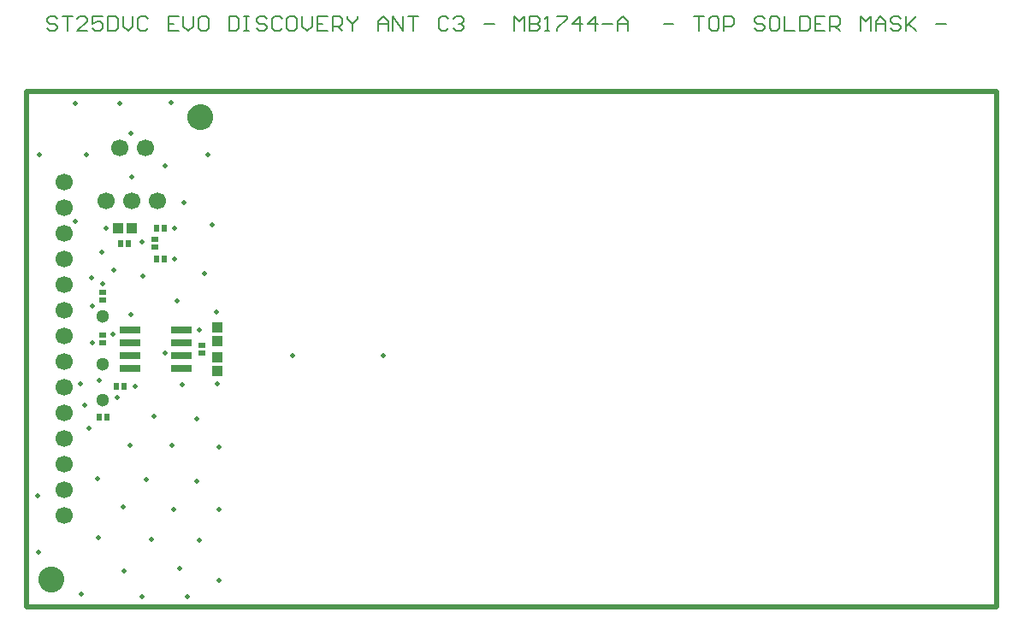
<source format=gts>
G04*
G04 #@! TF.GenerationSoftware,Altium Limited,Altium Designer,20.2.4 (192)*
G04*
G04 Layer_Color=65280*
%FSLAX44Y44*%
%MOMM*%
G71*
G04*
G04 #@! TF.SameCoordinates,9262D3F7-DFB6-46AD-8F0E-08546F4AC646*
G04*
G04*
G04 #@! TF.FilePolarity,Negative*
G04*
G01*
G75*
%ADD11C,0.2000*%
%ADD22C,0.5000*%
%ADD23R,0.7096X0.5318*%
%ADD24R,1.1414X0.9890*%
%ADD25R,2.0050X0.7350*%
%ADD26R,0.5318X0.7096*%
%ADD27R,0.9890X1.1414*%
%ADD28C,1.7000*%
%ADD29C,1.3000*%
%ADD30C,0.5000*%
G36*
X37000Y27200D02*
Y25528D01*
X36135Y22298D01*
X34463Y19402D01*
X32098Y17037D01*
X29202Y15365D01*
X25972Y14500D01*
X22628D01*
X19398Y15365D01*
X16502Y17037D01*
X14138Y19402D01*
X12466Y22298D01*
X11600Y25528D01*
Y27200D01*
Y28872D01*
X12466Y32102D01*
X14138Y34998D01*
X16502Y37362D01*
X19398Y39034D01*
X22628Y39900D01*
X25972D01*
X29202Y39034D01*
X32098Y37362D01*
X34463Y34998D01*
X36135Y32102D01*
X37000Y28872D01*
Y27200D01*
D01*
D02*
G37*
G36*
X180781Y475719D02*
X179598Y474537D01*
X176702Y472865D01*
X173472Y472000D01*
X170128D01*
X166898Y472865D01*
X164002Y474537D01*
X161638Y476902D01*
X159966Y479798D01*
X159100Y483028D01*
Y486372D01*
X159966Y489602D01*
X161638Y492498D01*
X162820Y493680D01*
X164002Y494862D01*
X166898Y496534D01*
X170128Y497400D01*
X173472D01*
X176702Y496534D01*
X179598Y494862D01*
X181963Y492498D01*
X183635Y489602D01*
X184500Y486372D01*
Y483028D01*
X183635Y479798D01*
X181963Y476902D01*
X180781Y475719D01*
D01*
D02*
G37*
D11*
X29997Y582496D02*
X27498Y584995D01*
X22499D01*
X20000Y582496D01*
Y579997D01*
X22499Y577498D01*
X27498D01*
X29997Y574998D01*
Y572499D01*
X27498Y570000D01*
X22499D01*
X20000Y572499D01*
X34995Y584995D02*
X44992D01*
X39994D01*
Y570000D01*
X59987D02*
X49990D01*
X59987Y579997D01*
Y582496D01*
X57488Y584995D01*
X52490D01*
X49990Y582496D01*
X74982Y584995D02*
X64985D01*
Y577498D01*
X69984Y579997D01*
X72483D01*
X74982Y577498D01*
Y572499D01*
X72483Y570000D01*
X67485D01*
X64985Y572499D01*
X79981Y584995D02*
Y570000D01*
X87478D01*
X89977Y572499D01*
Y582496D01*
X87478Y584995D01*
X79981D01*
X94976D02*
Y574998D01*
X99974Y570000D01*
X104972Y574998D01*
Y584995D01*
X119968Y582496D02*
X117469Y584995D01*
X112470D01*
X109971Y582496D01*
Y572499D01*
X112470Y570000D01*
X117469D01*
X119968Y572499D01*
X149958Y584995D02*
X139961D01*
Y570000D01*
X149958D01*
X139961Y577498D02*
X144960D01*
X154956Y584995D02*
Y574998D01*
X159955Y570000D01*
X164953Y574998D01*
Y584995D01*
X177449D02*
X172451D01*
X169951Y582496D01*
Y572499D01*
X172451Y570000D01*
X177449D01*
X179948Y572499D01*
Y582496D01*
X177449Y584995D01*
X199942D02*
Y570000D01*
X207439D01*
X209939Y572499D01*
Y582496D01*
X207439Y584995D01*
X199942D01*
X214937D02*
X219935D01*
X217436D01*
Y570000D01*
X214937D01*
X219935D01*
X237430Y582496D02*
X234930Y584995D01*
X229932D01*
X227433Y582496D01*
Y579997D01*
X229932Y577498D01*
X234930D01*
X237430Y574998D01*
Y572499D01*
X234930Y570000D01*
X229932D01*
X227433Y572499D01*
X252425Y582496D02*
X249926Y584995D01*
X244927D01*
X242428Y582496D01*
Y572499D01*
X244927Y570000D01*
X249926D01*
X252425Y572499D01*
X264921Y584995D02*
X259922D01*
X257423Y582496D01*
Y572499D01*
X259922Y570000D01*
X264921D01*
X267420Y572499D01*
Y582496D01*
X264921Y584995D01*
X272418D02*
Y574998D01*
X277417Y570000D01*
X282415Y574998D01*
Y584995D01*
X297410D02*
X287413D01*
Y570000D01*
X297410D01*
X287413Y577498D02*
X292412D01*
X302409Y570000D02*
Y584995D01*
X309906D01*
X312405Y582496D01*
Y577498D01*
X309906Y574998D01*
X302409D01*
X307407D02*
X312405Y570000D01*
X317404Y584995D02*
Y582496D01*
X322402Y577498D01*
X327401Y582496D01*
Y584995D01*
X322402Y577498D02*
Y570000D01*
X347394D02*
Y579997D01*
X352392Y584995D01*
X357391Y579997D01*
Y570000D01*
Y577498D01*
X347394D01*
X362389Y570000D02*
Y584995D01*
X372386Y570000D01*
Y584995D01*
X377384D02*
X387381D01*
X382383D01*
Y570000D01*
X417371Y582496D02*
X414872Y584995D01*
X409874D01*
X407375Y582496D01*
Y572499D01*
X409874Y570000D01*
X414872D01*
X417371Y572499D01*
X422370Y582496D02*
X424869Y584995D01*
X429867D01*
X432366Y582496D01*
Y579997D01*
X429867Y577498D01*
X427368D01*
X429867D01*
X432366Y574998D01*
Y572499D01*
X429867Y570000D01*
X424869D01*
X422370Y572499D01*
X452360Y577498D02*
X462357D01*
X482350Y570000D02*
Y584995D01*
X487349Y579997D01*
X492347Y584995D01*
Y570000D01*
X497346Y584995D02*
Y570000D01*
X504843D01*
X507342Y572499D01*
Y574998D01*
X504843Y577498D01*
X497346D01*
X504843D01*
X507342Y579997D01*
Y582496D01*
X504843Y584995D01*
X497346D01*
X512341Y570000D02*
X517339D01*
X514840D01*
Y584995D01*
X512341Y582496D01*
X524837Y584995D02*
X534833D01*
Y582496D01*
X524837Y572499D01*
Y570000D01*
X547329D02*
Y584995D01*
X539832Y577498D01*
X549828D01*
X562324Y570000D02*
Y584995D01*
X554827Y577498D01*
X564824D01*
X569822D02*
X579819D01*
X584817Y570000D02*
Y579997D01*
X589815Y584995D01*
X594814Y579997D01*
Y570000D01*
Y577498D01*
X584817D01*
X630000D02*
X639997D01*
X659990Y584995D02*
X669987D01*
X664989D01*
Y570000D01*
X682483Y584995D02*
X677485D01*
X674986Y582496D01*
Y572499D01*
X677485Y570000D01*
X682483D01*
X684982Y572499D01*
Y582496D01*
X682483Y584995D01*
X689981Y570000D02*
Y584995D01*
X697478D01*
X699977Y582496D01*
Y577498D01*
X697478Y574998D01*
X689981D01*
X729968Y582496D02*
X727468Y584995D01*
X722470D01*
X719971Y582496D01*
Y579997D01*
X722470Y577498D01*
X727468D01*
X729968Y574998D01*
Y572499D01*
X727468Y570000D01*
X722470D01*
X719971Y572499D01*
X742464Y584995D02*
X737465D01*
X734966Y582496D01*
Y572499D01*
X737465Y570000D01*
X742464D01*
X744963Y572499D01*
Y582496D01*
X742464Y584995D01*
X749961D02*
Y570000D01*
X759958D01*
X764956Y584995D02*
Y570000D01*
X772454D01*
X774953Y572499D01*
Y582496D01*
X772454Y584995D01*
X764956D01*
X789948D02*
X779951D01*
Y570000D01*
X789948D01*
X779951Y577498D02*
X784950D01*
X794947Y570000D02*
Y584995D01*
X802444D01*
X804943Y582496D01*
Y577498D01*
X802444Y574998D01*
X794947D01*
X799945D02*
X804943Y570000D01*
X824937D02*
Y584995D01*
X829935Y579997D01*
X834934Y584995D01*
Y570000D01*
X839932D02*
Y579997D01*
X844930Y584995D01*
X849929Y579997D01*
Y570000D01*
Y577498D01*
X839932D01*
X864924Y582496D02*
X862425Y584995D01*
X857426D01*
X854927Y582496D01*
Y579997D01*
X857426Y577498D01*
X862425D01*
X864924Y574998D01*
Y572499D01*
X862425Y570000D01*
X857426D01*
X854927Y572499D01*
X869922Y584995D02*
Y570000D01*
Y574998D01*
X879919Y584995D01*
X872421Y577498D01*
X879919Y570000D01*
X899913Y577498D02*
X909909D01*
D22*
X0Y0D02*
X0Y510000D01*
X960000Y510000D01*
X960000Y0D01*
X0Y0D02*
X960000Y0D01*
D23*
X173300Y251190D02*
D03*
Y258810D02*
D03*
X126800Y355890D02*
D03*
Y363510D02*
D03*
X75250Y303690D02*
D03*
Y311310D02*
D03*
Y261190D02*
D03*
Y268810D02*
D03*
D24*
X188000Y276716D02*
D03*
Y263000D02*
D03*
Y247000D02*
D03*
Y233284D02*
D03*
D25*
X153201Y235950D02*
D03*
Y248650D02*
D03*
Y261350D02*
D03*
Y274050D02*
D03*
X102401D02*
D03*
Y261350D02*
D03*
Y248650D02*
D03*
Y235950D02*
D03*
D26*
X96310Y217750D02*
D03*
X88690D02*
D03*
X135610Y374700D02*
D03*
X127990D02*
D03*
X135610Y344700D02*
D03*
X127990D02*
D03*
X92990Y359700D02*
D03*
X100610D02*
D03*
X71440Y187500D02*
D03*
X79060D02*
D03*
D27*
X103658Y374700D02*
D03*
X89943D02*
D03*
D28*
X36800Y89900D02*
D03*
Y115300D02*
D03*
Y140700D02*
D03*
Y166100D02*
D03*
Y191500D02*
D03*
Y216900D02*
D03*
Y242300D02*
D03*
Y267700D02*
D03*
Y293100D02*
D03*
Y318500D02*
D03*
Y343900D02*
D03*
Y369300D02*
D03*
Y394700D02*
D03*
Y420100D02*
D03*
X117000Y454700D02*
D03*
X91600D02*
D03*
X129001Y401900D02*
D03*
X103601D02*
D03*
X78201D02*
D03*
D29*
X75250Y205000D02*
D03*
Y240000D02*
D03*
Y287500D02*
D03*
D30*
X86000Y333000D02*
D03*
X151000Y38000D02*
D03*
X114000Y9500D02*
D03*
X190000Y26000D02*
D03*
Y96000D02*
D03*
X70500Y68000D02*
D03*
X154000Y219500D02*
D03*
X137000Y251500D02*
D03*
X102500Y289000D02*
D03*
X149000Y302500D02*
D03*
X64000Y325500D02*
D03*
X64500Y297500D02*
D03*
Y261500D02*
D03*
X71500Y224000D02*
D03*
X263000Y248995D02*
D03*
X75250Y320000D02*
D03*
X85000Y270000D02*
D03*
X171000Y274000D02*
D03*
X145800Y344700D02*
D03*
X352410Y248995D02*
D03*
X102500Y468500D02*
D03*
X95500Y98500D02*
D03*
X123500Y67000D02*
D03*
X114000Y361000D02*
D03*
X104000Y425500D02*
D03*
X48000Y381500D02*
D03*
X118000Y125500D02*
D03*
X61500Y177000D02*
D03*
X145500Y96500D02*
D03*
X125500Y188500D02*
D03*
X143500Y160000D02*
D03*
X155000Y400500D02*
D03*
X143000Y499000D02*
D03*
X78500Y375000D02*
D03*
X145800Y374700D02*
D03*
X158500Y9500D02*
D03*
X54000Y12000D02*
D03*
X11500Y54000D02*
D03*
X48000Y498500D02*
D03*
X12500Y447500D02*
D03*
X91500Y498500D02*
D03*
X58500Y447500D02*
D03*
X137000Y437000D02*
D03*
X179000Y447500D02*
D03*
X183000Y378500D02*
D03*
X171000Y66000D02*
D03*
X168000Y124000D02*
D03*
X70000Y126500D02*
D03*
X96500Y35500D02*
D03*
X102000Y160000D02*
D03*
X175500Y330300D02*
D03*
X188000Y220742D02*
D03*
X187700Y291658D02*
D03*
X168000Y186000D02*
D03*
X190000Y158000D02*
D03*
X107000Y218100D02*
D03*
X89000Y207500D02*
D03*
X74500Y351500D02*
D03*
X114350Y327400D02*
D03*
X53250Y220700D02*
D03*
X57500Y199500D02*
D03*
X10950Y109500D02*
D03*
M02*

</source>
